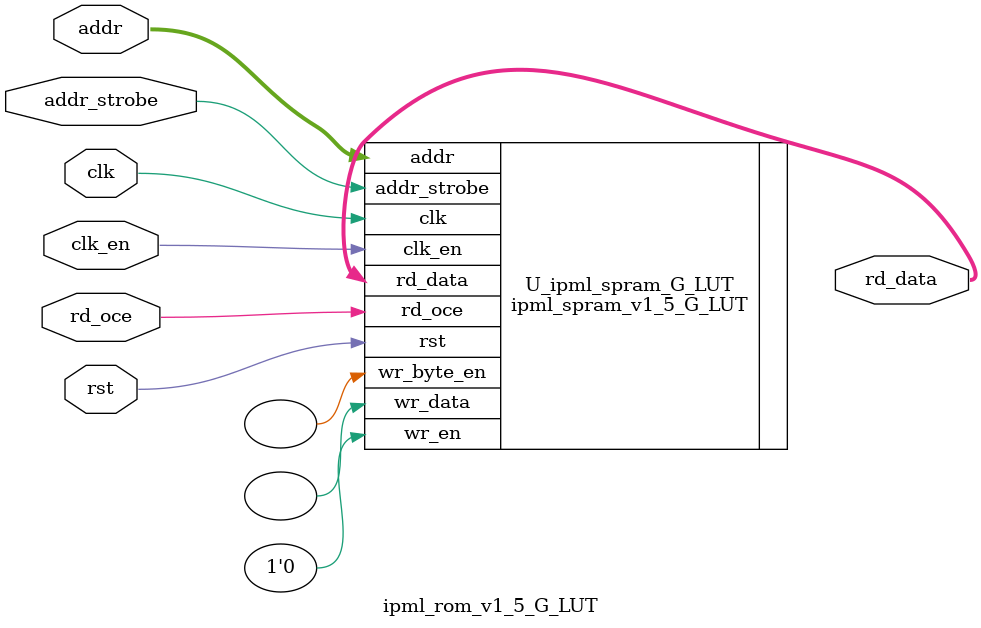
<source format=v>



module ipml_rom_v1_5_G_LUT
 #(
    parameter  c_SIM_DEVICE     = "LOGOS"      ,
    parameter  c_ADDR_WIDTH     = 10           ,           //write address width  legal value:1~20 
    parameter  c_DATA_WIDTH     = 32           ,           //write data width     legal value:8~1152
    parameter  c_OUTPUT_REG     = 0            ,           //output register      legal value:1~20
    parameter  c_RD_OCE_EN      = 0            ,
    parameter  c_CLK_EN         = 0            ,
    parameter  c_ADDR_STROBE_EN = 0            ,
    parameter  c_RESET_TYPE     = "ASYNC_RESET",           //ASYNC_RESET_SYNC_RELEASE SYNC_RESET legal valve "ASYNC_RESET_SYNC_RELEASE" "SYNC_RESET" "ASYNC_RESET"
    parameter  c_POWER_OPT      = 0            ,           //0 :normal mode  1:low power mode legal value:0 or 1
    parameter  c_CLK_OR_POL_INV = 0            ,           //clk polarity invert for output register   legal value 1 or 0           
    parameter  c_INIT_FILE      = "NONE"       ,           //legal value:"NONE" or "initial file name"
    parameter  c_INIT_FORMAT    = "BIN"                   //initial data format   legal valve: "bin" or "hex"
    
 )
  (
   
    input  wire [c_ADDR_WIDTH-1 : 0]  addr        ,
    output wire [c_DATA_WIDTH-1 : 0]  rd_data     ,
    input  wire                       clk         ,
    input  wire                       clk_en      ,
    input  wire                       addr_strobe ,
    input  wire                       rst         ,
    input  wire                       rd_oce       
  );

//**********************************************************************************************************************************************   
    
//main code
//*************************************************************************************************************************************
//inner variables

ipml_spram_v1_5_G_LUT
 #(
    .c_SIM_DEVICE     (c_SIM_DEVICE),
    .c_ADDR_WIDTH     (c_ADDR_WIDTH),           //write address width  legal value:1~20                              
    .c_DATA_WIDTH     (c_DATA_WIDTH),           //write data width     legal value:8~1152                            
    .c_OUTPUT_REG     (c_OUTPUT_REG),           //output register      legal value:1~20                              
    .c_RD_OCE_EN      (c_RD_OCE_EN),
    .c_ADDR_STROBE_EN (c_ADDR_STROBE_EN),
    .c_CLK_EN         (c_CLK_EN),
    .c_RESET_TYPE     (c_RESET_TYPE),           //legal valve "ASYNC_RESET_SYNC_RELEASE" "SYNC_RESET" "ASYNC_RESET"  
    .c_POWER_OPT      (c_POWER_OPT),            //0 :normal mode  1:low power mode legal value:0 or 1                 
    .c_CLK_OR_POL_INV (c_CLK_OR_POL_INV),       //clk polarity invert for output register legal value 1 or 0         
    .c_INIT_FILE      (c_INIT_FILE),            //legal value:"NONE" or "initial file name"                          
    .c_INIT_FORMAT    (c_INIT_FORMAT),          //initial data format   legal valve: "bin" or "hex"                  
    .c_WR_BYTE_EN     (0),                      //byte write enable    legal value: 0 or 1                            
    .c_BE_WIDTH       (1),                      //byte width legal value: 1~128
    .c_RAM_MODE       ("ROM"),
    .c_WRITE_MODE     ("NORMAL_WRITE")          //global reset enable  legal value 0 or 1                            
 )  U_ipml_spram_G_LUT                       //"NORMAL_WRITE"; // TRANSPARENT_WRITE READ_BEFORE_WRITE             
  (
   
    .addr        (addr),
    .wr_data     (),
    .rd_data     (rd_data),
    .wr_en       (1'b0),
    .clk         (clk),
    .clk_en      (clk_en),
    .addr_strobe (addr_strobe),
    .rst         (rst),
    .wr_byte_en  (),
    .rd_oce      (rd_oce) 
  );
 

endmodule


</source>
